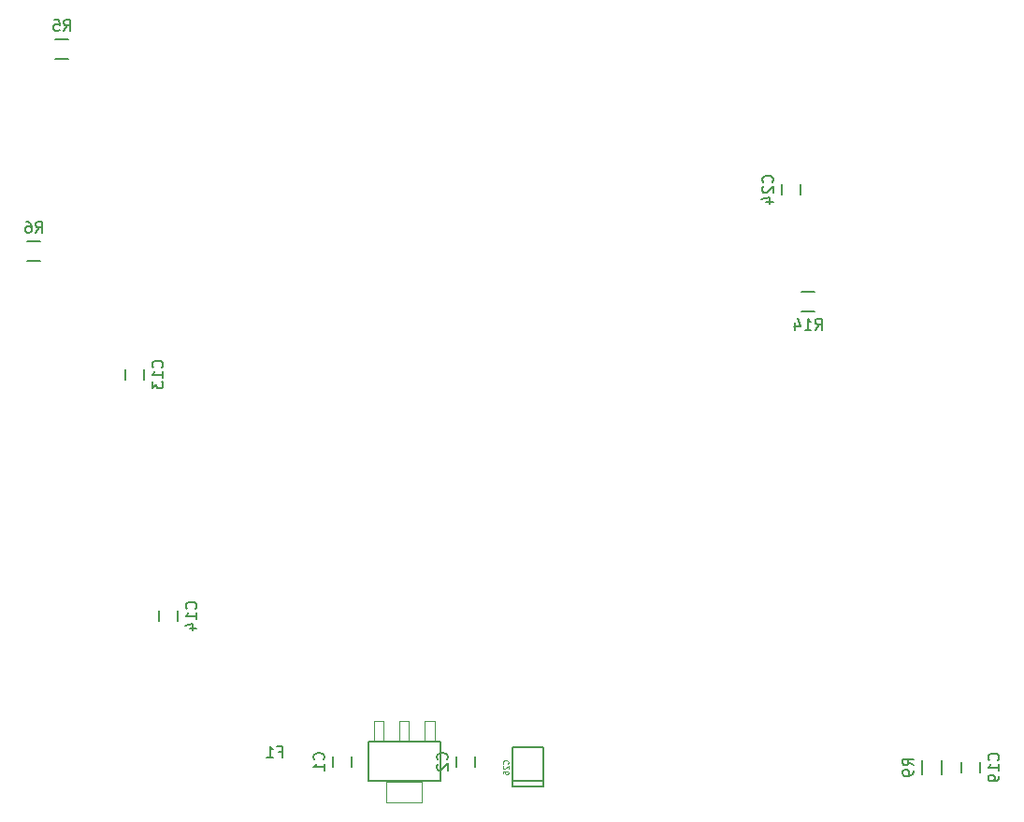
<source format=gbo>
G04 #@! TF.FileFunction,Legend,Bot*
%FSLAX46Y46*%
G04 Gerber Fmt 4.6, Leading zero omitted, Abs format (unit mm)*
G04 Created by KiCad (PCBNEW 4.0.1-stable) date 23.02.2016 21:53:13*
%MOMM*%
G01*
G04 APERTURE LIST*
%ADD10C,0.100000*%
%ADD11C,0.150000*%
%ADD12C,0.066040*%
%ADD13C,0.203200*%
%ADD14C,0.127000*%
%ADD15C,0.119380*%
G04 APERTURE END LIST*
D10*
D11*
X123102000Y-137152000D02*
X123102000Y-136152000D01*
X124802000Y-136152000D02*
X124802000Y-137152000D01*
X134278000Y-137152000D02*
X134278000Y-136152000D01*
X135978000Y-136152000D02*
X135978000Y-137152000D01*
X106006000Y-101100000D02*
X106006000Y-102100000D01*
X104306000Y-102100000D02*
X104306000Y-101100000D01*
X109054000Y-122944000D02*
X109054000Y-123944000D01*
X107354000Y-123944000D02*
X107354000Y-122944000D01*
X97952000Y-73011000D02*
X99152000Y-73011000D01*
X99152000Y-71261000D02*
X97952000Y-71261000D01*
X95412000Y-91299000D02*
X96612000Y-91299000D01*
X96612000Y-89549000D02*
X95412000Y-89549000D01*
X178167000Y-137760000D02*
X178167000Y-136560000D01*
X176417000Y-136560000D02*
X176417000Y-137760000D01*
X163742000Y-85336000D02*
X163742000Y-84336000D01*
X165442000Y-84336000D02*
X165442000Y-85336000D01*
X166716000Y-94121000D02*
X165516000Y-94121000D01*
X165516000Y-95871000D02*
X166716000Y-95871000D01*
D12*
X127939800Y-138452860D02*
X131140200Y-138452860D01*
X131140200Y-138452860D02*
X131140200Y-140309600D01*
X127939800Y-140309600D02*
X131140200Y-140309600D01*
X127939800Y-138452860D02*
X127939800Y-140309600D01*
X129108200Y-132994400D02*
X129971800Y-132994400D01*
X129971800Y-132994400D02*
X129971800Y-134851140D01*
X129108200Y-134851140D02*
X129971800Y-134851140D01*
X129108200Y-132994400D02*
X129108200Y-134851140D01*
X126796800Y-132994400D02*
X127660400Y-132994400D01*
X127660400Y-132994400D02*
X127660400Y-134851140D01*
X126796800Y-134851140D02*
X127660400Y-134851140D01*
X126796800Y-132994400D02*
X126796800Y-134851140D01*
X131419600Y-132994400D02*
X132283200Y-132994400D01*
X132283200Y-132994400D02*
X132283200Y-134851140D01*
X131419600Y-134851140D02*
X132283200Y-134851140D01*
X131419600Y-132994400D02*
X131419600Y-134851140D01*
X127939800Y-138452860D02*
X131140200Y-138452860D01*
X131140200Y-138452860D02*
X131140200Y-140309600D01*
X127939800Y-140309600D02*
X131140200Y-140309600D01*
X127939800Y-138452860D02*
X127939800Y-140309600D01*
X129108200Y-132994400D02*
X129971800Y-132994400D01*
X129971800Y-132994400D02*
X129971800Y-134851140D01*
X129108200Y-134851140D02*
X129971800Y-134851140D01*
X129108200Y-132994400D02*
X129108200Y-134851140D01*
X126796800Y-132994400D02*
X127660400Y-132994400D01*
X127660400Y-132994400D02*
X127660400Y-134851140D01*
X126796800Y-134851140D02*
X127660400Y-134851140D01*
X126796800Y-132994400D02*
X126796800Y-134851140D01*
X131419600Y-132994400D02*
X132283200Y-132994400D01*
X132283200Y-132994400D02*
X132283200Y-134851140D01*
X131419600Y-134851140D02*
X132283200Y-134851140D01*
X131419600Y-132994400D02*
X131419600Y-134851140D01*
D13*
X132816600Y-138430000D02*
X132816600Y-134874000D01*
X132816600Y-134874000D02*
X126263400Y-134874000D01*
X126263400Y-134874000D02*
X126263400Y-138430000D01*
X126263400Y-138430000D02*
X132816600Y-138430000D01*
D11*
X181698000Y-136660000D02*
X181698000Y-137660000D01*
X179998000Y-137660000D02*
X179998000Y-136660000D01*
D14*
X139319000Y-138366500D02*
X142113000Y-138366500D01*
X139319000Y-138938000D02*
X139319000Y-135382000D01*
X139319000Y-135382000D02*
X142113000Y-135382000D01*
X142113000Y-135382000D02*
X142113000Y-138938000D01*
X142113000Y-138938000D02*
X139319000Y-138938000D01*
D11*
X122209143Y-136485334D02*
X122256762Y-136437715D01*
X122304381Y-136294858D01*
X122304381Y-136199620D01*
X122256762Y-136056762D01*
X122161524Y-135961524D01*
X122066286Y-135913905D01*
X121875810Y-135866286D01*
X121732952Y-135866286D01*
X121542476Y-135913905D01*
X121447238Y-135961524D01*
X121352000Y-136056762D01*
X121304381Y-136199620D01*
X121304381Y-136294858D01*
X121352000Y-136437715D01*
X121399619Y-136485334D01*
X122304381Y-137437715D02*
X122304381Y-136866286D01*
X122304381Y-137152000D02*
X121304381Y-137152000D01*
X121447238Y-137056762D01*
X121542476Y-136961524D01*
X121590095Y-136866286D01*
X133385143Y-136485334D02*
X133432762Y-136437715D01*
X133480381Y-136294858D01*
X133480381Y-136199620D01*
X133432762Y-136056762D01*
X133337524Y-135961524D01*
X133242286Y-135913905D01*
X133051810Y-135866286D01*
X132908952Y-135866286D01*
X132718476Y-135913905D01*
X132623238Y-135961524D01*
X132528000Y-136056762D01*
X132480381Y-136199620D01*
X132480381Y-136294858D01*
X132528000Y-136437715D01*
X132575619Y-136485334D01*
X132575619Y-136866286D02*
X132528000Y-136913905D01*
X132480381Y-137009143D01*
X132480381Y-137247239D01*
X132528000Y-137342477D01*
X132575619Y-137390096D01*
X132670857Y-137437715D01*
X132766095Y-137437715D01*
X132908952Y-137390096D01*
X133480381Y-136818667D01*
X133480381Y-137437715D01*
X107613143Y-100957143D02*
X107660762Y-100909524D01*
X107708381Y-100766667D01*
X107708381Y-100671429D01*
X107660762Y-100528571D01*
X107565524Y-100433333D01*
X107470286Y-100385714D01*
X107279810Y-100338095D01*
X107136952Y-100338095D01*
X106946476Y-100385714D01*
X106851238Y-100433333D01*
X106756000Y-100528571D01*
X106708381Y-100671429D01*
X106708381Y-100766667D01*
X106756000Y-100909524D01*
X106803619Y-100957143D01*
X107708381Y-101909524D02*
X107708381Y-101338095D01*
X107708381Y-101623809D02*
X106708381Y-101623809D01*
X106851238Y-101528571D01*
X106946476Y-101433333D01*
X106994095Y-101338095D01*
X106708381Y-102242857D02*
X106708381Y-102861905D01*
X107089333Y-102528571D01*
X107089333Y-102671429D01*
X107136952Y-102766667D01*
X107184571Y-102814286D01*
X107279810Y-102861905D01*
X107517905Y-102861905D01*
X107613143Y-102814286D01*
X107660762Y-102766667D01*
X107708381Y-102671429D01*
X107708381Y-102385714D01*
X107660762Y-102290476D01*
X107613143Y-102242857D01*
X110661143Y-122801143D02*
X110708762Y-122753524D01*
X110756381Y-122610667D01*
X110756381Y-122515429D01*
X110708762Y-122372571D01*
X110613524Y-122277333D01*
X110518286Y-122229714D01*
X110327810Y-122182095D01*
X110184952Y-122182095D01*
X109994476Y-122229714D01*
X109899238Y-122277333D01*
X109804000Y-122372571D01*
X109756381Y-122515429D01*
X109756381Y-122610667D01*
X109804000Y-122753524D01*
X109851619Y-122801143D01*
X110756381Y-123753524D02*
X110756381Y-123182095D01*
X110756381Y-123467809D02*
X109756381Y-123467809D01*
X109899238Y-123372571D01*
X109994476Y-123277333D01*
X110042095Y-123182095D01*
X110089714Y-124610667D02*
X110756381Y-124610667D01*
X109708762Y-124372571D02*
X110423048Y-124134476D01*
X110423048Y-124753524D01*
X118138533Y-135732211D02*
X118471867Y-135732211D01*
X118471867Y-136256021D02*
X118471867Y-135256021D01*
X117995676Y-135256021D01*
X117090914Y-136256021D02*
X117662343Y-136256021D01*
X117376629Y-136256021D02*
X117376629Y-135256021D01*
X117471867Y-135398878D01*
X117567105Y-135494116D01*
X117662343Y-135541735D01*
X98718666Y-70488381D02*
X99052000Y-70012190D01*
X99290095Y-70488381D02*
X99290095Y-69488381D01*
X98909142Y-69488381D01*
X98813904Y-69536000D01*
X98766285Y-69583619D01*
X98718666Y-69678857D01*
X98718666Y-69821714D01*
X98766285Y-69916952D01*
X98813904Y-69964571D01*
X98909142Y-70012190D01*
X99290095Y-70012190D01*
X97813904Y-69488381D02*
X98290095Y-69488381D01*
X98337714Y-69964571D01*
X98290095Y-69916952D01*
X98194857Y-69869333D01*
X97956761Y-69869333D01*
X97861523Y-69916952D01*
X97813904Y-69964571D01*
X97766285Y-70059810D01*
X97766285Y-70297905D01*
X97813904Y-70393143D01*
X97861523Y-70440762D01*
X97956761Y-70488381D01*
X98194857Y-70488381D01*
X98290095Y-70440762D01*
X98337714Y-70393143D01*
X96178666Y-88776381D02*
X96512000Y-88300190D01*
X96750095Y-88776381D02*
X96750095Y-87776381D01*
X96369142Y-87776381D01*
X96273904Y-87824000D01*
X96226285Y-87871619D01*
X96178666Y-87966857D01*
X96178666Y-88109714D01*
X96226285Y-88204952D01*
X96273904Y-88252571D01*
X96369142Y-88300190D01*
X96750095Y-88300190D01*
X95321523Y-87776381D02*
X95512000Y-87776381D01*
X95607238Y-87824000D01*
X95654857Y-87871619D01*
X95750095Y-88014476D01*
X95797714Y-88204952D01*
X95797714Y-88585905D01*
X95750095Y-88681143D01*
X95702476Y-88728762D01*
X95607238Y-88776381D01*
X95416761Y-88776381D01*
X95321523Y-88728762D01*
X95273904Y-88681143D01*
X95226285Y-88585905D01*
X95226285Y-88347810D01*
X95273904Y-88252571D01*
X95321523Y-88204952D01*
X95416761Y-88157333D01*
X95607238Y-88157333D01*
X95702476Y-88204952D01*
X95750095Y-88252571D01*
X95797714Y-88347810D01*
X175644381Y-136993334D02*
X175168190Y-136660000D01*
X175644381Y-136421905D02*
X174644381Y-136421905D01*
X174644381Y-136802858D01*
X174692000Y-136898096D01*
X174739619Y-136945715D01*
X174834857Y-136993334D01*
X174977714Y-136993334D01*
X175072952Y-136945715D01*
X175120571Y-136898096D01*
X175168190Y-136802858D01*
X175168190Y-136421905D01*
X175644381Y-137469524D02*
X175644381Y-137660000D01*
X175596762Y-137755239D01*
X175549143Y-137802858D01*
X175406286Y-137898096D01*
X175215810Y-137945715D01*
X174834857Y-137945715D01*
X174739619Y-137898096D01*
X174692000Y-137850477D01*
X174644381Y-137755239D01*
X174644381Y-137564762D01*
X174692000Y-137469524D01*
X174739619Y-137421905D01*
X174834857Y-137374286D01*
X175072952Y-137374286D01*
X175168190Y-137421905D01*
X175215810Y-137469524D01*
X175263429Y-137564762D01*
X175263429Y-137755239D01*
X175215810Y-137850477D01*
X175168190Y-137898096D01*
X175072952Y-137945715D01*
X162849143Y-84193143D02*
X162896762Y-84145524D01*
X162944381Y-84002667D01*
X162944381Y-83907429D01*
X162896762Y-83764571D01*
X162801524Y-83669333D01*
X162706286Y-83621714D01*
X162515810Y-83574095D01*
X162372952Y-83574095D01*
X162182476Y-83621714D01*
X162087238Y-83669333D01*
X161992000Y-83764571D01*
X161944381Y-83907429D01*
X161944381Y-84002667D01*
X161992000Y-84145524D01*
X162039619Y-84193143D01*
X162039619Y-84574095D02*
X161992000Y-84621714D01*
X161944381Y-84716952D01*
X161944381Y-84955048D01*
X161992000Y-85050286D01*
X162039619Y-85097905D01*
X162134857Y-85145524D01*
X162230095Y-85145524D01*
X162372952Y-85097905D01*
X162944381Y-84526476D01*
X162944381Y-85145524D01*
X162277714Y-86002667D02*
X162944381Y-86002667D01*
X161896762Y-85764571D02*
X162611048Y-85526476D01*
X162611048Y-86145524D01*
X166758857Y-97548381D02*
X167092191Y-97072190D01*
X167330286Y-97548381D02*
X167330286Y-96548381D01*
X166949333Y-96548381D01*
X166854095Y-96596000D01*
X166806476Y-96643619D01*
X166758857Y-96738857D01*
X166758857Y-96881714D01*
X166806476Y-96976952D01*
X166854095Y-97024571D01*
X166949333Y-97072190D01*
X167330286Y-97072190D01*
X165806476Y-97548381D02*
X166377905Y-97548381D01*
X166092191Y-97548381D02*
X166092191Y-96548381D01*
X166187429Y-96691238D01*
X166282667Y-96786476D01*
X166377905Y-96834095D01*
X164949333Y-96881714D02*
X164949333Y-97548381D01*
X165187429Y-96500762D02*
X165425524Y-97215048D01*
X164806476Y-97215048D01*
X183305143Y-136517143D02*
X183352762Y-136469524D01*
X183400381Y-136326667D01*
X183400381Y-136231429D01*
X183352762Y-136088571D01*
X183257524Y-135993333D01*
X183162286Y-135945714D01*
X182971810Y-135898095D01*
X182828952Y-135898095D01*
X182638476Y-135945714D01*
X182543238Y-135993333D01*
X182448000Y-136088571D01*
X182400381Y-136231429D01*
X182400381Y-136326667D01*
X182448000Y-136469524D01*
X182495619Y-136517143D01*
X183400381Y-137469524D02*
X183400381Y-136898095D01*
X183400381Y-137183809D02*
X182400381Y-137183809D01*
X182543238Y-137088571D01*
X182638476Y-136993333D01*
X182686095Y-136898095D01*
X183400381Y-137945714D02*
X183400381Y-138136190D01*
X183352762Y-138231429D01*
X183305143Y-138279048D01*
X183162286Y-138374286D01*
X182971810Y-138421905D01*
X182590857Y-138421905D01*
X182495619Y-138374286D01*
X182448000Y-138326667D01*
X182400381Y-138231429D01*
X182400381Y-138040952D01*
X182448000Y-137945714D01*
X182495619Y-137898095D01*
X182590857Y-137850476D01*
X182828952Y-137850476D01*
X182924190Y-137898095D01*
X182971810Y-137945714D01*
X183019429Y-138040952D01*
X183019429Y-138231429D01*
X182971810Y-138326667D01*
X182924190Y-138374286D01*
X182828952Y-138421905D01*
D15*
X138926207Y-136838328D02*
X138950035Y-136814500D01*
X138973862Y-136743017D01*
X138973862Y-136695362D01*
X138950035Y-136623879D01*
X138902380Y-136576224D01*
X138854724Y-136552396D01*
X138759414Y-136528568D01*
X138687931Y-136528568D01*
X138592620Y-136552396D01*
X138544965Y-136576224D01*
X138497310Y-136623879D01*
X138473482Y-136695362D01*
X138473482Y-136743017D01*
X138497310Y-136814500D01*
X138521138Y-136838328D01*
X138521138Y-137028948D02*
X138497310Y-137052776D01*
X138473482Y-137100431D01*
X138473482Y-137219569D01*
X138497310Y-137267225D01*
X138521138Y-137291052D01*
X138568793Y-137314880D01*
X138616448Y-137314880D01*
X138687931Y-137291052D01*
X138973862Y-137005121D01*
X138973862Y-137314880D01*
X138473482Y-137743777D02*
X138473482Y-137648466D01*
X138497310Y-137600811D01*
X138521138Y-137576983D01*
X138592620Y-137529328D01*
X138687931Y-137505500D01*
X138878552Y-137505500D01*
X138926207Y-137529328D01*
X138950035Y-137553156D01*
X138973862Y-137600811D01*
X138973862Y-137696121D01*
X138950035Y-137743777D01*
X138926207Y-137767604D01*
X138878552Y-137791432D01*
X138759414Y-137791432D01*
X138711759Y-137767604D01*
X138687931Y-137743777D01*
X138664103Y-137696121D01*
X138664103Y-137600811D01*
X138687931Y-137553156D01*
X138711759Y-137529328D01*
X138759414Y-137505500D01*
M02*

</source>
